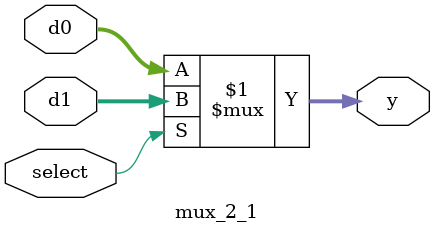
<source format=v>
module mux_2_1(d0,  d1, select, y);
    input [31:0] d0, d1;
    input select;
    output [31:0] y;

    // always @(select) 
    // begin
    //   if (select) 
    //     y <= d1;
    //   else
    //     y <= d0;
    // end
    assign y = (select) ? d1 : d0;

endmodule
</source>
